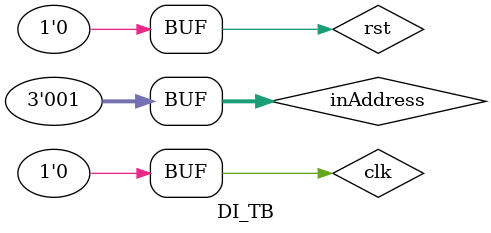
<source format=v>
module CZN(
  input clk,
  input rst,
  input [2:0]inAddress,
  output reg[2:0] outAddress
);
  always @(posedge clk, posedge rst)begin
    if (rst)
      outAddress <= 3'b0;
    else 
      outAddress <= inAddress;
  end
endmodule

module DI_TB();
  reg clk, rst;
  reg [2:0]inAddress;
  wire [2:0]outAddress;
  
  CZN czn(clk, rst, inAddress, outAddress);
  initial begin
	  clk=0;
    repeat (40)
    #200 clk=~clk;
	end
  
  initial begin
    rst = 1; 
    #400;
    rst = 0; 
    inAddress = 5'b11;
    #400;
    inAddress = 5'b01;
    #400;
  end
endmodule
</source>
